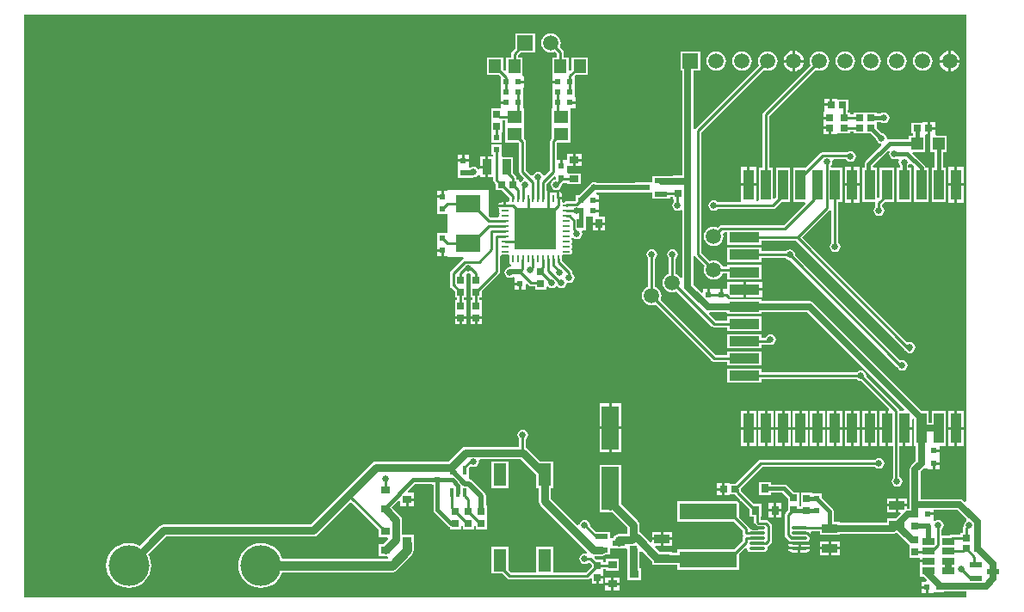
<source format=gtl>
G04 Layer_Physical_Order=1*
G04 Layer_Color=255*
%FSLAX24Y24*%
%MOIN*%
G70*
G01*
G75*
%ADD10R,0.0512X0.0866*%
%ADD11R,0.0256X0.0295*%
%ADD12R,0.0591X0.0335*%
%ADD13R,0.0295X0.0256*%
%ADD14R,0.0315X0.0276*%
%ADD15R,0.0472X0.0472*%
%ADD16R,0.0650X0.1693*%
%ADD17R,0.0236X0.0236*%
%ADD18R,0.0236X0.0236*%
%ADD19R,0.0354X0.0315*%
%ADD20O,0.0650X0.0118*%
%ADD21R,0.0315X0.0354*%
%ADD22R,0.0945X0.0669*%
%ADD23R,0.0512X0.0217*%
%ADD24R,0.1181X0.0394*%
%ADD25R,0.0394X0.1181*%
%ADD26R,0.0256X0.0354*%
%ADD27R,0.0354X0.0256*%
%ADD28R,0.0571X0.0512*%
%ADD29R,0.0472X0.0532*%
%ADD30R,0.2244X0.0630*%
%ADD31R,0.0335X0.0591*%
%ADD32O,0.0079X0.0315*%
%ADD33O,0.0315X0.0079*%
%ADD34R,0.1614X0.1614*%
%ADD35R,0.0177X0.0374*%
%ADD36R,0.0453X0.0295*%
%ADD37C,0.0250*%
%ADD38C,0.0150*%
%ADD39C,0.0100*%
%ADD40C,0.0300*%
%ADD41C,0.0350*%
%ADD42C,0.0200*%
%ADD43C,0.1575*%
%ADD44C,0.0591*%
%ADD45R,0.0591X0.0591*%
%ADD46C,0.0250*%
G36*
X11700Y11300D02*
Y-7575D01*
X11635Y-7601D01*
X11586Y-7552D01*
X11518Y-7507D01*
X11438Y-7491D01*
X11438Y-7491D01*
X9909D01*
Y-6417D01*
X10028Y-6298D01*
X10156Y-6298D01*
X10218Y-6318D01*
X10224Y-6318D01*
X10386D01*
Y-6100D01*
X10436D01*
Y-6050D01*
X10654D01*
Y-5888D01*
X10654Y-5882D01*
Y-5818D01*
X10654Y-5812D01*
Y-5650D01*
X10436D01*
Y-5550D01*
X10654D01*
Y-5416D01*
X10893D01*
Y-4075D01*
X10340D01*
Y-4537D01*
X10224D01*
Y-4075D01*
X9971D01*
X5769Y127D01*
X5701Y172D01*
X5621Y188D01*
X5621Y188D01*
X3767D01*
Y256D01*
X2492D01*
X2485Y262D01*
X2457Y326D01*
X2476Y351D01*
X3047D01*
Y648D01*
Y945D01*
X2406D01*
Y654D01*
X2250D01*
Y436D01*
X2150D01*
Y654D01*
X1988D01*
X1982Y654D01*
X1918D01*
X1912Y654D01*
X1750D01*
Y436D01*
X1650D01*
Y654D01*
X1482D01*
Y544D01*
X1417Y517D01*
X1109Y825D01*
Y1935D01*
X1173Y1948D01*
X1179Y1947D01*
X1206Y1906D01*
X1558Y1555D01*
X1534Y1498D01*
X1521Y1400D01*
X1534Y1302D01*
X1572Y1211D01*
X1632Y1132D01*
X1711Y1072D01*
X1802Y1034D01*
X1900Y1021D01*
X1998Y1034D01*
X2089Y1072D01*
X2168Y1132D01*
X2228Y1211D01*
X2251Y1267D01*
X2426D01*
Y1040D01*
X3767D01*
Y1594D01*
X2426D01*
Y1533D01*
X2251D01*
X2228Y1589D01*
X2168Y1668D01*
X2089Y1728D01*
X1998Y1766D01*
X1900Y1779D01*
X1802Y1766D01*
X1745Y1742D01*
X1433Y2055D01*
Y6745D01*
X3845Y9158D01*
X3902Y9134D01*
X4000Y9121D01*
X4098Y9134D01*
X4189Y9172D01*
X4268Y9232D01*
X4328Y9311D01*
X4366Y9402D01*
X4379Y9500D01*
X4366Y9598D01*
X4328Y9689D01*
X4268Y9768D01*
X4189Y9828D01*
X4098Y9866D01*
X4000Y9879D01*
X3902Y9866D01*
X3811Y9828D01*
X3732Y9768D01*
X3672Y9689D01*
X3634Y9598D01*
X3621Y9500D01*
X3634Y9402D01*
X3658Y9345D01*
X1206Y6894D01*
X1179Y6853D01*
X1173Y6852D01*
X1109Y6865D01*
Y9125D01*
X1375D01*
Y9875D01*
X625D01*
Y9125D01*
X691D01*
Y5054D01*
X327D01*
Y5035D01*
X205D01*
Y5044D01*
X-467D01*
Y4788D01*
X-1136D01*
Y4784D01*
X-2642D01*
X-2656Y4793D01*
X-2736Y4809D01*
X-2816Y4793D01*
X-2884Y4748D01*
X-2929Y4680D01*
X-2933Y4663D01*
X-3298Y4298D01*
X-3434D01*
Y4089D01*
X-3456Y4068D01*
X-3770D01*
X-3820Y4057D01*
X-3863Y4029D01*
X-3885Y4008D01*
X-3912D01*
X-3962Y4054D01*
X-3972Y4072D01*
Y4131D01*
X-4114D01*
Y4181D01*
X-4164D01*
Y4431D01*
X-4169Y4430D01*
X-4215Y4400D01*
X-4264Y4412D01*
X-4311Y4421D01*
X-4358Y4412D01*
X-4407Y4400D01*
X-4453Y4430D01*
X-4508Y4441D01*
X-4572Y4500D01*
Y4740D01*
X-4268Y5044D01*
X-4198Y5015D01*
Y4918D01*
X-4200Y4917D01*
X-4280Y4901D01*
X-4348Y4856D01*
X-4393Y4788D01*
X-4409Y4708D01*
X-4393Y4628D01*
X-4348Y4560D01*
X-4280Y4515D01*
X-4200Y4499D01*
X-4120Y4515D01*
X-4052Y4560D01*
X-4007Y4628D01*
X-3991Y4708D01*
X-3992Y4711D01*
X-3943Y4766D01*
X-3802D01*
X-3757Y4728D01*
Y4728D01*
X-3243D01*
Y5144D01*
X-3734D01*
X-3788Y5201D01*
X-3782Y5218D01*
X-3782D01*
Y5368D01*
X-3777Y5436D01*
X-3712Y5436D01*
X-3550D01*
Y5664D01*
Y5892D01*
X-3777D01*
Y5722D01*
X-3782Y5654D01*
X-3847Y5654D01*
X-3950D01*
Y5436D01*
X-4050D01*
Y5654D01*
X-4167D01*
Y6329D01*
X-3635D01*
Y6999D01*
Y7612D01*
X-3635Y7671D01*
X-3569Y7682D01*
X-3446D01*
Y7850D01*
X-3664D01*
Y7950D01*
X-3446D01*
Y8118D01*
X-3466D01*
Y8498D01*
X-3466D01*
Y8502D01*
X-3466D01*
Y8898D01*
X-3432Y8954D01*
X-2974D01*
Y9646D01*
X-3606D01*
Y9171D01*
X-3657Y9120D01*
X-3722Y9147D01*
Y9646D01*
X-3905D01*
Y9838D01*
X-3915Y9889D01*
X-3944Y9932D01*
X-4058Y10045D01*
X-4034Y10102D01*
X-4021Y10200D01*
X-4034Y10298D01*
X-4072Y10389D01*
X-4132Y10468D01*
X-4211Y10528D01*
X-4302Y10566D01*
X-4400Y10579D01*
X-4498Y10566D01*
X-4589Y10528D01*
X-4668Y10468D01*
X-4728Y10389D01*
X-4766Y10298D01*
X-4778Y10200D01*
X-4766Y10102D01*
X-4728Y10011D01*
X-4668Y9932D01*
X-4589Y9872D01*
X-4498Y9834D01*
X-4400Y9821D01*
X-4302Y9834D01*
X-4245Y9858D01*
X-4170Y9783D01*
Y9646D01*
X-4354D01*
Y8988D01*
X-4354Y8918D01*
X-4354Y8884D01*
Y8750D01*
X-4136D01*
Y8650D01*
X-4354D01*
Y8482D01*
X-4334D01*
Y8102D01*
X-4334D01*
Y8098D01*
X-4334D01*
Y7702D01*
X-4365Y7671D01*
X-4365D01*
Y6999D01*
Y6522D01*
X-4394Y6494D01*
X-4422Y6451D01*
X-4433Y6400D01*
Y5255D01*
X-4631Y5057D01*
X-4707Y5080D01*
X-4707Y5080D01*
X-4752Y5148D01*
X-4820Y5193D01*
X-4900Y5209D01*
X-4980Y5193D01*
X-5048Y5148D01*
X-5093Y5080D01*
X-5093Y5080D01*
X-5169Y5057D01*
X-5367Y5255D01*
Y6365D01*
X-5378Y6416D01*
X-5406Y6459D01*
X-5435Y6487D01*
Y6999D01*
Y7671D01*
X-5435D01*
X-5466Y7702D01*
Y8098D01*
X-5466D01*
Y8102D01*
X-5466D01*
Y8482D01*
X-5446D01*
Y8650D01*
X-5664D01*
Y8750D01*
X-5446D01*
Y8918D01*
X-5455D01*
X-5510Y8954D01*
X-5510Y8988D01*
Y9646D01*
X-5693D01*
Y9719D01*
X-5588Y9825D01*
X-5025D01*
Y10575D01*
X-5775D01*
Y10012D01*
X-5920Y9868D01*
X-5948Y9825D01*
X-5959Y9774D01*
Y9646D01*
X-6142D01*
Y9147D01*
X-6207Y9120D01*
X-6258Y9171D01*
Y9646D01*
X-6890D01*
Y8954D01*
X-6416D01*
X-6334Y8873D01*
Y8502D01*
X-6334D01*
Y8498D01*
X-6334D01*
Y8118D01*
X-6354D01*
Y7950D01*
X-6136D01*
Y7850D01*
X-6354D01*
Y7682D01*
X-6413Y7654D01*
X-6708D01*
Y7199D01*
Y6746D01*
X-6708D01*
X-6698Y6734D01*
Y6338D01*
X-6302D01*
Y6734D01*
X-6292Y6746D01*
X-6292D01*
Y7202D01*
X-6165D01*
Y6999D01*
Y6329D01*
X-5652D01*
X-5633Y6310D01*
Y5200D01*
X-5622Y5149D01*
X-5594Y5106D01*
X-5457Y4969D01*
X-5480Y4893D01*
X-5480Y4893D01*
X-5548Y4848D01*
X-5576Y4806D01*
X-5646Y4827D01*
Y4908D01*
X-5741D01*
Y4974D01*
X-5751Y5024D01*
X-5780Y5067D01*
X-5869Y5156D01*
Y5775D01*
X-6291D01*
X-6323Y5845D01*
X-6306Y5866D01*
X-6302D01*
Y6262D01*
X-6698D01*
Y5866D01*
X-6633D01*
Y5795D01*
X-6834D01*
Y5400D01*
Y5005D01*
X-6633D01*
Y4874D01*
X-6622Y4823D01*
X-6594Y4780D01*
X-6554Y4740D01*
Y4492D01*
X-6306D01*
X-6018Y4205D01*
Y4181D01*
X-6008Y4130D01*
X-6008Y4129D01*
Y4088D01*
X-6054Y4038D01*
X-6072Y4028D01*
X-6131D01*
Y3886D01*
X-6181D01*
Y3836D01*
X-6431D01*
X-6431Y3831D01*
X-6400Y3785D01*
X-6412Y3736D01*
X-6421Y3689D01*
X-6412Y3642D01*
X-6390Y3591D01*
X-6412Y3539D01*
X-6421Y3492D01*
X-6480Y3433D01*
X-6745D01*
X-6800Y3487D01*
Y4500D01*
X-8400D01*
Y4454D01*
X-8550D01*
Y4236D01*
X-8600D01*
Y4186D01*
X-8818D01*
Y4018D01*
X-8818Y4018D01*
X-8818Y4018D01*
X-8798Y3956D01*
Y3566D01*
X-8402D01*
X-8400Y3496D01*
Y2904D01*
X-8402Y2834D01*
X-8798D01*
Y2444D01*
X-8818Y2382D01*
X-8818Y2382D01*
X-8818Y2382D01*
Y2214D01*
X-8600D01*
Y2164D01*
X-8550D01*
Y1946D01*
X-8400D01*
Y1900D01*
X-7802D01*
X-7789Y1831D01*
X-7832Y1802D01*
X-8267Y1367D01*
X-8296Y1324D01*
X-8306Y1274D01*
Y800D01*
X-8296Y749D01*
X-8267Y706D01*
X-8224Y678D01*
X-8216Y676D01*
X-8108Y568D01*
Y320D01*
X-8033D01*
Y228D01*
X-8108D01*
Y-205D01*
X-8128D01*
Y-403D01*
X-7672D01*
Y-205D01*
X-7692D01*
Y228D01*
X-7767D01*
Y320D01*
X-7692D01*
Y772D01*
Y1212D01*
X-7641Y1273D01*
X-7600Y1265D01*
X-7559Y1273D01*
X-7508Y1212D01*
Y772D01*
Y320D01*
X-7433D01*
Y228D01*
X-7508D01*
Y-205D01*
X-7528D01*
Y-403D01*
X-7072D01*
Y-205D01*
X-7092D01*
Y228D01*
X-7167D01*
Y320D01*
X-7092D01*
Y568D01*
X-6406Y1254D01*
X-6378Y1297D01*
X-6367Y1347D01*
Y1938D01*
X-6299Y1992D01*
X-6068D01*
X-6061Y1991D01*
X-6009Y1939D01*
X-6008Y1932D01*
Y1701D01*
X-5998Y1654D01*
X-5972Y1615D01*
X-5935Y1590D01*
X-5933Y1584D01*
X-5946Y1520D01*
X-5964D01*
X-6034Y1506D01*
X-6042Y1501D01*
X-6080Y1493D01*
X-6148Y1448D01*
X-6193Y1380D01*
X-6209Y1300D01*
X-6193Y1220D01*
X-6148Y1152D01*
X-6080Y1107D01*
X-6000Y1091D01*
X-5920Y1107D01*
X-5872Y1139D01*
X-5858Y1135D01*
X-5818Y1082D01*
X-5818Y1082D01*
Y914D01*
X-5600D01*
Y864D01*
X-5550D01*
Y646D01*
X-5382D01*
Y839D01*
X-5317Y866D01*
X-5257Y806D01*
X-5214Y778D01*
X-5164Y767D01*
X-5008D01*
Y646D01*
X-4592D01*
Y732D01*
X-4522Y753D01*
X-4521Y752D01*
X-4454Y707D01*
X-4374Y691D01*
X-4294Y707D01*
X-4226Y752D01*
X-4222Y758D01*
X-4152D01*
X-4148Y752D01*
X-4080Y707D01*
X-4000Y691D01*
X-3920Y707D01*
X-3852Y752D01*
X-3807Y820D01*
X-3802Y845D01*
X-3783Y900D01*
X-3726Y896D01*
X-3700Y891D01*
X-3620Y907D01*
X-3552Y952D01*
X-3507Y1020D01*
X-3491Y1100D01*
X-3507Y1180D01*
X-3552Y1248D01*
X-3567Y1258D01*
Y1300D01*
X-3578Y1351D01*
X-3606Y1394D01*
X-3982Y1769D01*
Y1819D01*
X-3992Y1870D01*
X-3992Y1871D01*
Y1932D01*
X-3991Y1939D01*
X-3939Y1991D01*
X-3932Y1992D01*
X-3701D01*
X-3654Y2002D01*
X-3615Y2028D01*
X-3588Y2068D01*
X-3579Y2114D01*
X-3588Y2161D01*
X-3610Y2213D01*
X-3588Y2264D01*
X-3579Y2311D01*
X-3588Y2358D01*
X-3610Y2409D01*
X-3588Y2461D01*
X-3579Y2508D01*
X-3588Y2554D01*
X-3610Y2606D01*
X-3601Y2628D01*
X-3557Y2648D01*
X-3525Y2637D01*
X-3480Y2607D01*
X-3400Y2591D01*
X-3320Y2607D01*
X-3252Y2652D01*
X-3207Y2720D01*
X-3191Y2800D01*
X-3205Y2873D01*
X-3201Y2893D01*
X-3175Y2943D01*
X-3056D01*
Y3434D01*
X-2999Y3488D01*
X-2982Y3482D01*
Y3482D01*
X-2832D01*
X-2764Y3477D01*
X-2764Y3412D01*
Y3250D01*
X-2536D01*
X-2308D01*
Y3477D01*
X-2478D01*
X-2546Y3482D01*
X-2546Y3547D01*
Y3650D01*
X-2764D01*
Y3750D01*
X-2546D01*
Y3882D01*
Y4050D01*
X-2764D01*
Y4150D01*
X-2546D01*
Y4318D01*
X-2609D01*
X-2661Y4388D01*
X-2660Y4392D01*
X-2636Y4416D01*
X-1136D01*
Y4412D01*
X-467D01*
Y4156D01*
X205D01*
Y4241D01*
X327D01*
Y4146D01*
X367D01*
Y4058D01*
X352Y4048D01*
X307Y3980D01*
X291Y3900D01*
X307Y3820D01*
X352Y3752D01*
X420Y3707D01*
X500Y3691D01*
X580Y3707D01*
X621Y3734D01*
X691Y3700D01*
Y1118D01*
X653Y1101D01*
X621Y1098D01*
X568Y1168D01*
X489Y1228D01*
X433Y1251D01*
Y1842D01*
X448Y1852D01*
X493Y1920D01*
X509Y2000D01*
X493Y2080D01*
X448Y2148D01*
X380Y2193D01*
X300Y2209D01*
X220Y2193D01*
X152Y2148D01*
X107Y2080D01*
X91Y2000D01*
X107Y1920D01*
X152Y1852D01*
X167Y1842D01*
Y1251D01*
X111Y1228D01*
X32Y1168D01*
X-28Y1089D01*
X-66Y998D01*
X-79Y900D01*
X-66Y802D01*
X-28Y711D01*
X32Y632D01*
X111Y572D01*
X202Y534D01*
X300Y521D01*
X398Y534D01*
X468Y563D01*
X1816Y-784D01*
X1859Y-813D01*
X1909Y-823D01*
X2426D01*
Y-967D01*
X3767D01*
Y-414D01*
X2426D01*
Y-558D01*
X1964D01*
X1719Y-313D01*
X1742Y-237D01*
X1755Y-234D01*
X1898D01*
Y-230D01*
X2002D01*
Y-234D01*
X2398D01*
X2426Y-293D01*
Y-298D01*
X3767D01*
Y-230D01*
X5535D01*
X9295Y-3990D01*
X9268Y-4055D01*
X9100D01*
X9094Y-4020D01*
X9065Y-3977D01*
X7804Y-2716D01*
X7807Y-2698D01*
X7792Y-2618D01*
X7746Y-2551D01*
X7678Y-2505D01*
X7598Y-2489D01*
X7518Y-2505D01*
X7451Y-2551D01*
X7440Y-2566D01*
X3767D01*
Y-2422D01*
X2426D01*
Y-2975D01*
X3767D01*
Y-2831D01*
X7440D01*
X7451Y-2846D01*
X7518Y-2892D01*
X7598Y-2907D01*
X7616Y-2904D01*
X8703Y-3990D01*
X8676Y-4055D01*
X8659D01*
Y-4746D01*
Y-5436D01*
X8839D01*
Y-6673D01*
X8807Y-6720D01*
X8791Y-6800D01*
X8807Y-6880D01*
X8852Y-6948D01*
X8920Y-6993D01*
X9000Y-7009D01*
X9080Y-6993D01*
X9148Y-6948D01*
X9193Y-6880D01*
X9209Y-6800D01*
X9193Y-6720D01*
X9148Y-6652D01*
X9104Y-6623D01*
Y-5436D01*
X9228D01*
Y-4746D01*
X9278D01*
Y-4696D01*
X9575D01*
Y-4411D01*
X9645Y-4376D01*
X9670Y-4396D01*
Y-5416D01*
X9738D01*
Y-5997D01*
X9552Y-6183D01*
X9507Y-6251D01*
X9491Y-6331D01*
X9491Y-6331D01*
Y-7700D01*
Y-7865D01*
X9410D01*
X9395Y-7852D01*
Y-7766D01*
X9050D01*
Y-7983D01*
X9113D01*
X9140Y-8048D01*
X8952Y-8237D01*
X8625D01*
Y-8407D01*
X6775D01*
Y-8369D01*
X6548D01*
Y-7954D01*
X6536Y-7893D01*
X6502Y-7842D01*
X6098Y-7438D01*
Y-7266D01*
X5708D01*
Y-7246D01*
X5292D01*
Y-7778D01*
X5208D01*
Y-7220D01*
X4996D01*
X4741Y-6965D01*
X4690Y-6931D01*
X4630Y-6919D01*
X4137D01*
Y-6820D01*
X3663D01*
Y-7334D01*
X4137D01*
Y-7235D01*
X4564D01*
X4792Y-7463D01*
Y-7921D01*
X4697Y-8015D01*
X4694Y-8021D01*
X4688Y-8024D01*
X4660Y-8067D01*
X4650Y-8118D01*
Y-8873D01*
X4660Y-8924D01*
X4688Y-8967D01*
X4815Y-9094D01*
X4825Y-9100D01*
X4801Y-9135D01*
X4799Y-9147D01*
X5217D01*
X5635D01*
X5633Y-9135D01*
X5597Y-9082D01*
X5596Y-9081D01*
X5614Y-9054D01*
X5624Y-9000D01*
X5614Y-8946D01*
X5596Y-8919D01*
X5597Y-8918D01*
X5633Y-8865D01*
X5645Y-8803D01*
X5703Y-8739D01*
X6025D01*
Y-8863D01*
X6775D01*
Y-8825D01*
X8868D01*
X8868Y-8825D01*
X8948Y-8809D01*
X8997Y-8776D01*
X9442Y-9221D01*
X9442Y-9221D01*
X9492Y-9255D01*
Y-9754D01*
X9880D01*
Y-9841D01*
X10206D01*
Y-9941D01*
X9880D01*
Y-10139D01*
X9900D01*
Y-10500D01*
X10045D01*
X10049Y-10507D01*
X10159Y-10617D01*
X10133Y-10682D01*
X9946D01*
Y-10850D01*
X10164D01*
Y-10900D01*
X10214D01*
Y-11118D01*
X10382D01*
X10382Y-11118D01*
X10382Y-11118D01*
X10444Y-11098D01*
X10834D01*
Y-11058D01*
X11700D01*
Y-11300D01*
X-24800D01*
X-24800Y11300D01*
X11700Y11300D01*
D02*
G37*
G36*
X11698Y-8255D02*
X11694Y-8325D01*
X11652Y-8352D01*
X11607Y-8420D01*
X11591Y-8500D01*
X11595Y-8518D01*
X11580Y-8533D01*
X11551Y-8576D01*
X11541Y-8626D01*
Y-8792D01*
X11446D01*
Y-8867D01*
X11121D01*
X11070Y-8878D01*
X11037Y-8900D01*
X10733D01*
Y-8658D01*
X10748Y-8648D01*
X10793Y-8580D01*
X10809Y-8500D01*
X10793Y-8420D01*
X10748Y-8352D01*
X10680Y-8307D01*
X10600Y-8291D01*
X10520Y-8307D01*
X10472Y-8339D01*
X10458Y-8335D01*
X10418Y-8282D01*
X10418Y-8282D01*
Y-8114D01*
X10200D01*
Y-8014D01*
X10418D01*
Y-7909D01*
X11352D01*
X11698Y-8255D01*
D02*
G37*
%LPC*%
G36*
X6551Y-4796D02*
X6304D01*
Y-5436D01*
X6551D01*
Y-4796D01*
D02*
G37*
G36*
X6228Y-4796D02*
X5981D01*
Y-5436D01*
X6228D01*
Y-4796D01*
D02*
G37*
G36*
X6898Y-4796D02*
X6651D01*
Y-5436D01*
X6898D01*
Y-4796D01*
D02*
G37*
G36*
X7889Y-4796D02*
X7643D01*
Y-5436D01*
X7889D01*
Y-4796D01*
D02*
G37*
G36*
X7567Y-4796D02*
X7320D01*
Y-5436D01*
X7567D01*
Y-4796D01*
D02*
G37*
G36*
X7220D02*
X6973D01*
Y-5436D01*
X7220D01*
Y-4796D01*
D02*
G37*
G36*
X5881Y-4796D02*
X5635D01*
Y-5436D01*
X5881D01*
Y-4796D01*
D02*
G37*
G36*
X3874Y-4796D02*
X3627D01*
Y-5436D01*
X3874D01*
Y-4796D01*
D02*
G37*
G36*
X4220D02*
X3974D01*
Y-5436D01*
X4220D01*
Y-4796D01*
D02*
G37*
G36*
X3204Y-4796D02*
X2957D01*
Y-5436D01*
X3204D01*
Y-4796D01*
D02*
G37*
G36*
X3551D02*
X3304D01*
Y-5436D01*
X3551D01*
Y-4796D01*
D02*
G37*
G36*
X5212Y-4796D02*
X4965D01*
Y-5436D01*
X5212D01*
Y-4796D01*
D02*
G37*
G36*
X5559D02*
X5312D01*
Y-5436D01*
X5559D01*
Y-4796D01*
D02*
G37*
G36*
X4543Y-4796D02*
X4296D01*
Y-5436D01*
X4543D01*
Y-4796D01*
D02*
G37*
G36*
X4890D02*
X4643D01*
Y-5436D01*
X4890D01*
Y-4796D01*
D02*
G37*
G36*
X4220Y-4055D02*
X3974D01*
Y-4696D01*
X4220D01*
Y-4055D01*
D02*
G37*
G36*
X5212D02*
X4965D01*
Y-4696D01*
X5212D01*
Y-4055D01*
D02*
G37*
G36*
X7567D02*
X7320D01*
Y-4696D01*
X7567D01*
Y-4055D01*
D02*
G37*
G36*
X3874D02*
X3627D01*
Y-4696D01*
X3874D01*
Y-4055D01*
D02*
G37*
G36*
X3204D02*
X2957D01*
Y-4696D01*
X3204D01*
Y-4055D01*
D02*
G37*
G36*
X6551D02*
X6304D01*
Y-4696D01*
X6551D01*
Y-4055D01*
D02*
G37*
G36*
X8559D02*
X8312D01*
Y-4696D01*
X8559D01*
Y-4055D01*
D02*
G37*
G36*
X5559D02*
X5312D01*
Y-4696D01*
X5559D01*
Y-4055D01*
D02*
G37*
G36*
X9575Y-4796D02*
X9328D01*
Y-5436D01*
X9575D01*
Y-4796D01*
D02*
G37*
G36*
X11236Y-4796D02*
X10989D01*
Y-5436D01*
X11236D01*
Y-4796D01*
D02*
G37*
G36*
X8236Y-4796D02*
X7989D01*
Y-5436D01*
X8236D01*
Y-4796D01*
D02*
G37*
G36*
X8559Y-4796D02*
X8312D01*
Y-5436D01*
X8559D01*
Y-4796D01*
D02*
G37*
G36*
X6228Y-4055D02*
X5981D01*
Y-4696D01*
X6228D01*
Y-4055D01*
D02*
G37*
G36*
X7220D02*
X6973D01*
Y-4696D01*
X7220D01*
Y-4055D01*
D02*
G37*
G36*
X11583Y-4796D02*
X11336D01*
Y-5436D01*
X11583D01*
Y-4796D01*
D02*
G37*
G36*
X5881Y-4055D02*
X5635D01*
Y-4696D01*
X5881D01*
Y-4055D01*
D02*
G37*
G36*
X5635Y-9247D02*
X5217D01*
X4799D01*
X4801Y-9259D01*
X4826Y-9295D01*
X4801Y-9332D01*
X4799Y-9344D01*
X5217D01*
X5635D01*
X5633Y-9332D01*
X5608Y-9295D01*
X5633Y-9259D01*
X5635Y-9247D01*
D02*
G37*
G36*
Y-9444D02*
X5267D01*
Y-9556D01*
X5483D01*
X5545Y-9544D01*
X5597Y-9508D01*
X5633Y-9456D01*
X5635Y-9444D01*
D02*
G37*
G36*
X5167D02*
X4799D01*
X4801Y-9456D01*
X4837Y-9508D01*
X4889Y-9544D01*
X4951Y-9556D01*
X5167D01*
Y-9444D01*
D02*
G37*
G36*
X6350Y-9117D02*
X6005D01*
Y-9334D01*
X6350D01*
Y-9117D01*
D02*
G37*
G36*
X-150Y-8749D02*
X-495D01*
Y-8966D01*
X-150D01*
Y-8749D01*
D02*
G37*
G36*
X295Y-9066D02*
X-50D01*
Y-9283D01*
X295D01*
Y-9066D01*
D02*
G37*
G36*
X6795Y-9117D02*
X6450D01*
Y-9334D01*
X6795D01*
Y-9117D01*
D02*
G37*
G36*
Y-9434D02*
X6450D01*
Y-9651D01*
X6795D01*
Y-9434D01*
D02*
G37*
G36*
X-1746Y-10824D02*
X-1973D01*
Y-11031D01*
X-1746D01*
Y-10824D01*
D02*
G37*
G36*
X-2073D02*
X-2300D01*
Y-11031D01*
X-2073D01*
Y-10824D01*
D02*
G37*
G36*
X10114Y-10950D02*
X9946D01*
Y-11118D01*
X10114D01*
Y-10950D01*
D02*
G37*
G36*
X-2372Y-10576D02*
X-2550D01*
Y-10774D01*
X-2372D01*
Y-10576D01*
D02*
G37*
G36*
X6350Y-9434D02*
X6005D01*
Y-9651D01*
X6350D01*
Y-9434D01*
D02*
G37*
G36*
X-1746Y-10517D02*
X-1973D01*
Y-10724D01*
X-1746D01*
Y-10517D01*
D02*
G37*
G36*
X-2073D02*
X-2300D01*
Y-10724D01*
X-2073D01*
Y-10517D01*
D02*
G37*
G36*
X295Y-8749D02*
X-50D01*
Y-8966D01*
X295D01*
Y-8749D01*
D02*
G37*
G36*
X2224Y-6872D02*
X2026D01*
Y-7050D01*
X2224D01*
Y-6872D01*
D02*
G37*
G36*
X-6030Y-6033D02*
X-6702D01*
Y-7060D01*
X-6030D01*
Y-6033D01*
D02*
G37*
G36*
X2224Y-7150D02*
X2026D01*
Y-7328D01*
X2224D01*
Y-7150D01*
D02*
G37*
G36*
X10654Y-6150D02*
X10486D01*
Y-6318D01*
X10654D01*
Y-6150D01*
D02*
G37*
G36*
X-5500Y-4791D02*
X-5580Y-4807D01*
X-5648Y-4852D01*
X-5693Y-4920D01*
X-5709Y-5000D01*
X-5693Y-5080D01*
X-5648Y-5148D01*
X-5633Y-5158D01*
Y-5453D01*
X-7700D01*
X-7700Y-5453D01*
X-7790Y-5471D01*
X-7866Y-5522D01*
X-8373Y-6029D01*
X-11164D01*
X-11254Y-6047D01*
X-11330Y-6098D01*
X-13697Y-8465D01*
X-19400D01*
X-19490Y-8483D01*
X-19566Y-8534D01*
X-20334Y-9303D01*
X-20426Y-9254D01*
X-20589Y-9204D01*
X-20759Y-9187D01*
X-20929Y-9204D01*
X-21093Y-9254D01*
X-21243Y-9334D01*
X-21375Y-9443D01*
X-21484Y-9575D01*
X-21564Y-9726D01*
X-21614Y-9889D01*
X-21631Y-10059D01*
X-21614Y-10229D01*
X-21564Y-10393D01*
X-21484Y-10543D01*
X-21375Y-10675D01*
X-21243Y-10784D01*
X-21093Y-10864D01*
X-20929Y-10914D01*
X-20759Y-10931D01*
X-20589Y-10914D01*
X-20426Y-10864D01*
X-20275Y-10784D01*
X-20143Y-10675D01*
X-20034Y-10543D01*
X-19954Y-10393D01*
X-19904Y-10229D01*
X-19887Y-10059D01*
X-19904Y-9889D01*
X-19954Y-9726D01*
X-20003Y-9634D01*
X-19303Y-8935D01*
X-13600D01*
X-13510Y-8917D01*
X-13434Y-8866D01*
X-12153Y-7584D01*
X-11080Y-8656D01*
Y-8963D01*
X-10736D01*
X-10709Y-9028D01*
X-10917Y-9237D01*
X-11080D01*
Y-9711D01*
X-10735D01*
X-10698Y-9781D01*
X-10710Y-9799D01*
X-14813D01*
X-14836Y-9726D01*
X-14916Y-9575D01*
X-15025Y-9443D01*
X-15157Y-9334D01*
X-15307Y-9254D01*
X-15471Y-9204D01*
X-15641Y-9187D01*
X-15811Y-9204D01*
X-15974Y-9254D01*
X-16125Y-9334D01*
X-16257Y-9443D01*
X-16366Y-9575D01*
X-16446Y-9726D01*
X-16496Y-9889D01*
X-16513Y-10059D01*
X-16496Y-10229D01*
X-16446Y-10393D01*
X-16366Y-10543D01*
X-16257Y-10675D01*
X-16125Y-10784D01*
X-15974Y-10864D01*
X-15811Y-10914D01*
X-15641Y-10931D01*
X-15471Y-10914D01*
X-15307Y-10864D01*
X-15157Y-10784D01*
X-15025Y-10675D01*
X-14916Y-10543D01*
X-14836Y-10393D01*
X-14813Y-10319D01*
X-10559D01*
X-10460Y-10299D01*
X-10375Y-10243D01*
X-9793Y-9661D01*
X-9737Y-9576D01*
X-9717Y-9477D01*
Y-9200D01*
X-9720Y-9186D01*
Y-8863D01*
X-10165D01*
Y-8297D01*
X-10183Y-8207D01*
X-10234Y-8131D01*
X-10566Y-7800D01*
Y-7787D01*
X-10319Y-7540D01*
X-10254Y-7567D01*
Y-7757D01*
X-10027D01*
Y-7500D01*
X-9977D01*
Y-7450D01*
X-9700D01*
Y-7243D01*
X-9930D01*
X-9957Y-7178D01*
X-9673Y-6894D01*
X-8998D01*
Y-6934D01*
X-8958D01*
Y-7900D01*
X-8946Y-7960D01*
X-8912Y-8012D01*
X-8385Y-8538D01*
X-8334Y-8572D01*
X-8308Y-8578D01*
Y-8654D01*
X-7892D01*
Y-8529D01*
X-7822Y-8492D01*
X-7808Y-8501D01*
Y-8654D01*
X-7392D01*
Y-8529D01*
X-7322Y-8492D01*
X-7308Y-8501D01*
Y-8654D01*
X-6892D01*
Y-8201D01*
Y-7746D01*
X-6916D01*
Y-7375D01*
X-6930Y-7305D01*
X-6970Y-7246D01*
X-7459Y-6756D01*
X-7519Y-6717D01*
X-7582Y-6704D01*
X-7576Y-6634D01*
X-7576D01*
Y-6263D01*
X-7509Y-6197D01*
X-7480Y-6216D01*
X-7400Y-6232D01*
X-7320Y-6216D01*
X-7252Y-6171D01*
X-7207Y-6103D01*
X-7191Y-6023D01*
X-7197Y-5992D01*
X-7143Y-5922D01*
X-5590D01*
X-4970Y-6542D01*
Y-7060D01*
X-4868D01*
Y-7566D01*
X-4851Y-7656D01*
X-4800Y-7732D01*
X-2998Y-9534D01*
X-3020Y-9603D01*
X-3025Y-9606D01*
X-3100Y-9591D01*
X-3180Y-9607D01*
X-3248Y-9652D01*
X-3293Y-9720D01*
X-3309Y-9800D01*
X-3293Y-9880D01*
X-3248Y-9948D01*
X-3180Y-9993D01*
X-3100Y-10009D01*
X-3020Y-9993D01*
X-2952Y-9948D01*
X-2886Y-9975D01*
X-2828Y-10033D01*
Y-10115D01*
X-3055Y-10341D01*
X-4298D01*
Y-9340D01*
X-4970D01*
Y-10341D01*
X-5945D01*
X-6030Y-10256D01*
Y-9340D01*
X-6702D01*
Y-10367D01*
X-6294D01*
X-6094Y-10567D01*
X-6051Y-10596D01*
X-6000Y-10606D01*
X-3000D01*
X-2949Y-10596D01*
X-2906Y-10567D01*
X-2893Y-10554D01*
X-2828Y-10580D01*
Y-10774D01*
X-2650D01*
Y-10526D01*
X-2600D01*
Y-10476D01*
X-2372D01*
Y-10279D01*
X-2392D01*
Y-10206D01*
X-2280D01*
Y-10263D01*
X-1766D01*
Y-9789D01*
X-2280D01*
Y-9941D01*
X-2392D01*
Y-9846D01*
X-2640D01*
X-2726Y-9760D01*
X-2697Y-9690D01*
X-2435D01*
X-2345Y-9673D01*
X-2302Y-9644D01*
X-2099D01*
Y-9388D01*
X-1498D01*
X-1435Y-9426D01*
X-1435Y-9456D01*
Y-10377D01*
X-1434Y-10380D01*
Y-10637D01*
X-920D01*
Y-10163D01*
X-965D01*
Y-9519D01*
X-895Y-9490D01*
X-475Y-9910D01*
Y-10031D01*
X275D01*
Y-10018D01*
X498D01*
Y-10220D01*
X2902D01*
Y-9585D01*
X3107Y-9380D01*
X3137Y-9386D01*
X3178Y-9408D01*
X3186Y-9448D01*
X3217Y-9494D01*
X3263Y-9525D01*
X3317Y-9535D01*
X3849D01*
X3903Y-9525D01*
X3949Y-9494D01*
X3980Y-9448D01*
X3991Y-9394D01*
X3980Y-9339D01*
X4015Y-9291D01*
X4112Y-9194D01*
X4140Y-9151D01*
X4150Y-9100D01*
Y-8536D01*
X4140Y-8486D01*
X4112Y-8443D01*
X4013Y-8344D01*
X3970Y-8315D01*
X3919Y-8305D01*
X3716D01*
Y-8180D01*
X3763D01*
Y-7666D01*
X3456D01*
X2959Y-7169D01*
Y-7100D01*
X2954Y-7075D01*
Y-7060D01*
X3781Y-6233D01*
X8142D01*
X8152Y-6248D01*
X8220Y-6293D01*
X8300Y-6309D01*
X8380Y-6293D01*
X8448Y-6248D01*
X8493Y-6180D01*
X8509Y-6100D01*
X8493Y-6020D01*
X8448Y-5952D01*
X8380Y-5907D01*
X8300Y-5891D01*
X8220Y-5907D01*
X8152Y-5952D01*
X8142Y-5967D01*
X3726D01*
X3676Y-5978D01*
X3633Y-6006D01*
X2747Y-6892D01*
X2521D01*
Y-6872D01*
X2324D01*
Y-7100D01*
Y-7328D01*
X2521D01*
Y-7308D01*
X2726D01*
X2733Y-7317D01*
X2906Y-7491D01*
X2906Y-7514D01*
X2842Y-7580D01*
X2834Y-7580D01*
X498D01*
Y-8370D01*
X2682D01*
X3016Y-8703D01*
Y-8803D01*
X3026Y-8854D01*
X3052Y-8902D01*
X3026Y-8949D01*
X3016Y-9000D01*
Y-9097D01*
X2682Y-9430D01*
X498D01*
Y-9549D01*
X275D01*
Y-9537D01*
X-186D01*
X-374Y-9348D01*
X-347Y-9283D01*
X-150D01*
Y-9066D01*
X-495D01*
Y-9135D01*
X-560Y-9162D01*
X-914Y-8808D01*
X-965Y-8774D01*
Y-8500D01*
X-983Y-8410D01*
X-1034Y-8334D01*
X-1695Y-7673D01*
Y-6155D01*
X-2505D01*
Y-8008D01*
X-2024D01*
X-1435Y-8597D01*
Y-8832D01*
X-1765D01*
X-1855Y-8850D01*
X-1931Y-8901D01*
X-1982Y-8977D01*
X-1989Y-9012D01*
X-2099D01*
Y-8756D01*
X-2657D01*
X-2895Y-8518D01*
X-2891Y-8500D01*
X-2907Y-8420D01*
X-2952Y-8352D01*
X-3020Y-8307D01*
X-3100Y-8291D01*
X-3180Y-8307D01*
X-3248Y-8352D01*
X-3293Y-8420D01*
X-3302Y-8467D01*
X-3377Y-8492D01*
X-4399Y-7469D01*
Y-7060D01*
X-4298D01*
Y-6033D01*
X-4815D01*
X-5327Y-5522D01*
X-5367Y-5495D01*
Y-5158D01*
X-5352Y-5148D01*
X-5307Y-5080D01*
X-5291Y-5000D01*
X-5307Y-4920D01*
X-5352Y-4852D01*
X-5420Y-4807D01*
X-5500Y-4791D01*
D02*
G37*
G36*
X-1675Y-4769D02*
X-2050D01*
Y-5665D01*
X-1675D01*
Y-4769D01*
D02*
G37*
G36*
X-2150D02*
X-2525D01*
Y-5665D01*
X-2150D01*
Y-4769D01*
D02*
G37*
G36*
X9395Y-7449D02*
X9050D01*
Y-7666D01*
X9395D01*
Y-7449D01*
D02*
G37*
G36*
X8950Y-7766D02*
X8605D01*
Y-7983D01*
X8950D01*
Y-7766D01*
D02*
G37*
G36*
X4531Y-7973D02*
X4324D01*
Y-8200D01*
X4531D01*
Y-7973D01*
D02*
G37*
G36*
X4224D02*
X4017D01*
Y-8200D01*
X4224D01*
Y-7973D01*
D02*
G37*
G36*
Y-7646D02*
X4017D01*
Y-7873D01*
X4224D01*
Y-7646D01*
D02*
G37*
G36*
X8950Y-7449D02*
X8605D01*
Y-7666D01*
X8950D01*
Y-7449D01*
D02*
G37*
G36*
X-9700Y-7550D02*
X-9927D01*
Y-7757D01*
X-9700D01*
Y-7550D01*
D02*
G37*
G36*
X4531Y-7646D02*
X4324D01*
Y-7873D01*
X4531D01*
Y-7646D01*
D02*
G37*
G36*
X-7582Y5854D02*
X-7750D01*
Y5686D01*
X-7582D01*
Y5854D01*
D02*
G37*
G36*
X-7850D02*
X-8018D01*
Y5686D01*
X-7850D01*
Y5854D01*
D02*
G37*
G36*
X7200Y6009D02*
X7120Y5993D01*
X7073Y5961D01*
X6114D01*
X6064Y5951D01*
X6021Y5923D01*
X5472Y5374D01*
X4985D01*
Y4033D01*
X5416D01*
X5443Y3968D01*
X4608Y3133D01*
X2200D01*
X2149Y3122D01*
X2106Y3094D01*
X2055Y3042D01*
X1998Y3066D01*
X1900Y3079D01*
X1802Y3066D01*
X1711Y3028D01*
X1632Y2968D01*
X1572Y2889D01*
X1534Y2798D01*
X1521Y2700D01*
X1534Y2602D01*
X1572Y2511D01*
X1632Y2432D01*
X1711Y2372D01*
X1802Y2334D01*
X1900Y2321D01*
X1998Y2334D01*
X2089Y2372D01*
X2168Y2432D01*
X2228Y2511D01*
X2266Y2602D01*
X2279Y2700D01*
X2266Y2798D01*
X2313Y2867D01*
X2426D01*
Y2379D01*
X3767D01*
Y2523D01*
X5089D01*
X9336Y-1723D01*
X9352Y-1748D01*
X9377Y-1764D01*
X9406Y-1794D01*
X9449Y-1822D01*
X9500Y-1833D01*
X9551Y-1822D01*
X9594Y-1794D01*
X9606Y-1776D01*
X9648Y-1748D01*
X9693Y-1680D01*
X9709Y-1600D01*
X9693Y-1520D01*
X9648Y-1452D01*
X9580Y-1407D01*
X9500Y-1391D01*
X9420Y-1407D01*
X9405Y-1417D01*
X5332Y2656D01*
X6388Y3712D01*
X6397Y3727D01*
X6467Y3705D01*
Y2458D01*
X6452Y2448D01*
X6407Y2380D01*
X6391Y2300D01*
X6407Y2220D01*
X6452Y2152D01*
X6520Y2107D01*
X6600Y2091D01*
X6680Y2107D01*
X6748Y2152D01*
X6793Y2220D01*
X6809Y2300D01*
X6793Y2380D01*
X6748Y2448D01*
X6733Y2458D01*
Y4033D01*
X6878D01*
Y5374D01*
X6445D01*
X6438Y5444D01*
X6442Y5446D01*
X6487Y5514D01*
X6503Y5594D01*
X6496Y5626D01*
X6550Y5696D01*
X7023D01*
X7052Y5652D01*
X7120Y5607D01*
X7200Y5591D01*
X7280Y5607D01*
X7348Y5652D01*
X7393Y5720D01*
X7409Y5800D01*
X7393Y5880D01*
X7348Y5948D01*
X7280Y5993D01*
X7200Y6009D01*
D02*
G37*
G36*
X-3223Y5892D02*
X-3450D01*
Y5714D01*
X-3223D01*
Y5892D01*
D02*
G37*
G36*
X6697Y8031D02*
X6499D01*
Y7803D01*
X6449D01*
Y7753D01*
X6202D01*
Y7608D01*
X6202Y7575D01*
X6147Y7538D01*
X6143D01*
Y7350D01*
X6400D01*
Y7250D01*
X6143D01*
Y7062D01*
Y6956D01*
X6400D01*
Y6906D01*
X6450D01*
Y6669D01*
X6652D01*
X6657Y6668D01*
X6719Y6689D01*
X6727Y6689D01*
X7189D01*
Y6774D01*
X7322D01*
Y6695D01*
X7982D01*
X8194Y6483D01*
X8207Y6420D01*
X8252Y6352D01*
X8320Y6307D01*
X8374Y6296D01*
X8401Y6227D01*
X8401Y6225D01*
X7788Y5612D01*
X7754Y5560D01*
X7742Y5500D01*
Y5374D01*
X7663D01*
Y4033D01*
X8141D01*
X8167Y4000D01*
Y3858D01*
X8152Y3848D01*
X8107Y3780D01*
X8091Y3700D01*
X8107Y3620D01*
X8152Y3552D01*
X8220Y3507D01*
X8300Y3491D01*
X8380Y3507D01*
X8448Y3552D01*
X8493Y3620D01*
X8509Y3700D01*
X8493Y3780D01*
X8448Y3848D01*
X8433Y3858D01*
Y3945D01*
X8520Y4033D01*
X8886D01*
Y5374D01*
X8332D01*
Y4219D01*
X8281Y4168D01*
X8216Y4195D01*
Y5374D01*
X8080D01*
X8067Y5444D01*
X8661Y6038D01*
X8716Y5993D01*
X8707Y5980D01*
X8691Y5900D01*
X8707Y5820D01*
X8752Y5752D01*
X8820Y5707D01*
X8900Y5691D01*
X8980Y5707D01*
X8994Y5716D01*
X9034Y5708D01*
X9085Y5658D01*
X9069Y5578D01*
X9085Y5498D01*
X9120Y5445D01*
Y5374D01*
X9001D01*
Y4033D01*
X9555D01*
Y5374D01*
X9436D01*
Y5445D01*
X9471Y5498D01*
X9472Y5505D01*
X9548Y5528D01*
X9643Y5433D01*
X9670Y5374D01*
X9670D01*
X9670Y5374D01*
Y4033D01*
X10224D01*
Y5374D01*
X10101D01*
X10093Y5413D01*
X10059Y5465D01*
X9604Y5919D01*
X9631Y5984D01*
X10103D01*
Y6616D01*
X10137Y6672D01*
X10176D01*
Y6900D01*
Y7128D01*
X9979D01*
Y7108D01*
X9546D01*
Y6692D01*
X9616D01*
Y6616D01*
X9470D01*
Y6471D01*
X8713D01*
X8673Y6463D01*
X8642Y6481D01*
X8618Y6499D01*
X8607Y6512D01*
X8593Y6580D01*
X8548Y6648D01*
X8480Y6693D01*
X8420Y6705D01*
X8230Y6895D01*
Y7142D01*
X8368D01*
X8420Y7107D01*
X8500Y7091D01*
X8580Y7107D01*
X8648Y7152D01*
X8693Y7220D01*
X8709Y7300D01*
X8693Y7380D01*
X8648Y7448D01*
X8580Y7493D01*
X8500Y7509D01*
X8420Y7493D01*
X8368Y7458D01*
X8230D01*
Y7511D01*
X7322D01*
Y7433D01*
X7189D01*
Y7518D01*
X7084D01*
Y7595D01*
X7130D01*
Y8011D01*
X6697D01*
Y8031D01*
D02*
G37*
G36*
X10474Y7128D02*
X10276D01*
Y6950D01*
X10474D01*
Y7128D01*
D02*
G37*
G36*
X6350Y6856D02*
X6143D01*
Y6669D01*
X6350D01*
Y6856D01*
D02*
G37*
G36*
X-6934Y5795D02*
X-7151D01*
Y5450D01*
X-6934D01*
Y5795D01*
D02*
G37*
G36*
X11236Y5394D02*
X10989D01*
Y4753D01*
X11236D01*
Y5394D01*
D02*
G37*
G36*
X3204D02*
X2957D01*
Y4753D01*
X3204D01*
Y5394D01*
D02*
G37*
G36*
X7567D02*
X7320D01*
Y4753D01*
X7567D01*
Y5394D01*
D02*
G37*
G36*
X3551D02*
X3304D01*
Y4753D01*
X3551D01*
Y5394D01*
D02*
G37*
G36*
X-3223Y5614D02*
X-3450D01*
Y5436D01*
X-3223D01*
Y5614D01*
D02*
G37*
G36*
X-7582Y5586D02*
X-8018D01*
Y5424D01*
X-8018Y5418D01*
X-7998Y5356D01*
X-7998Y5348D01*
Y4966D01*
X-7602D01*
Y4980D01*
X-7436D01*
X-7366Y4994D01*
X-7358Y4999D01*
X-7320Y5007D01*
X-7252Y5052D01*
X-7221Y5099D01*
X-7151Y5077D01*
Y5005D01*
X-6934D01*
Y5350D01*
X-7151D01*
Y5323D01*
X-7221Y5301D01*
X-7252Y5348D01*
X-7320Y5393D01*
X-7400Y5409D01*
X-7480Y5393D01*
X-7526Y5362D01*
X-7540Y5366D01*
X-7582Y5418D01*
X-7582Y5424D01*
Y5586D01*
D02*
G37*
G36*
X11583Y5394D02*
X11336D01*
Y4753D01*
X11583D01*
Y5394D01*
D02*
G37*
G36*
X6399Y8031D02*
X6202D01*
Y7853D01*
X6399D01*
Y8031D01*
D02*
G37*
G36*
X10000Y9879D02*
X9902Y9866D01*
X9811Y9828D01*
X9732Y9768D01*
X9672Y9689D01*
X9634Y9598D01*
X9621Y9500D01*
X9634Y9402D01*
X9672Y9311D01*
X9732Y9232D01*
X9811Y9172D01*
X9902Y9134D01*
X10000Y9121D01*
X10098Y9134D01*
X10189Y9172D01*
X10268Y9232D01*
X10328Y9311D01*
X10366Y9402D01*
X10379Y9500D01*
X10366Y9598D01*
X10328Y9689D01*
X10268Y9768D01*
X10189Y9828D01*
X10098Y9866D01*
X10000Y9879D01*
D02*
G37*
G36*
X9000D02*
X8902Y9866D01*
X8811Y9828D01*
X8732Y9768D01*
X8672Y9689D01*
X8634Y9598D01*
X8621Y9500D01*
X8634Y9402D01*
X8672Y9311D01*
X8732Y9232D01*
X8811Y9172D01*
X8902Y9134D01*
X9000Y9121D01*
X9098Y9134D01*
X9189Y9172D01*
X9268Y9232D01*
X9328Y9311D01*
X9366Y9402D01*
X9379Y9500D01*
X9366Y9598D01*
X9328Y9689D01*
X9268Y9768D01*
X9189Y9828D01*
X9098Y9866D01*
X9000Y9879D01*
D02*
G37*
G36*
X8000D02*
X7902Y9866D01*
X7811Y9828D01*
X7732Y9768D01*
X7672Y9689D01*
X7634Y9598D01*
X7621Y9500D01*
X7634Y9402D01*
X7672Y9311D01*
X7732Y9232D01*
X7811Y9172D01*
X7902Y9134D01*
X8000Y9121D01*
X8098Y9134D01*
X8189Y9172D01*
X8268Y9232D01*
X8328Y9311D01*
X8366Y9402D01*
X8379Y9500D01*
X8366Y9598D01*
X8328Y9689D01*
X8268Y9768D01*
X8189Y9828D01*
X8098Y9866D01*
X8000Y9879D01*
D02*
G37*
G36*
X4950Y9892D02*
X4897Y9885D01*
X4801Y9845D01*
X4718Y9782D01*
X4655Y9699D01*
X4615Y9603D01*
X4608Y9550D01*
X4950D01*
Y9892D01*
D02*
G37*
G36*
X11089D02*
Y9550D01*
X11431D01*
X11424Y9603D01*
X11385Y9699D01*
X11321Y9782D01*
X11239Y9845D01*
X11143Y9885D01*
X11089Y9892D01*
D02*
G37*
G36*
X10989D02*
X10936Y9885D01*
X10840Y9845D01*
X10757Y9782D01*
X10694Y9699D01*
X10654Y9603D01*
X10647Y9550D01*
X10989D01*
Y9892D01*
D02*
G37*
G36*
X5050D02*
Y9550D01*
X5392D01*
X5385Y9603D01*
X5345Y9699D01*
X5282Y9782D01*
X5199Y9845D01*
X5103Y9885D01*
X5050Y9892D01*
D02*
G37*
G36*
X7000Y9879D02*
X6902Y9866D01*
X6811Y9828D01*
X6732Y9768D01*
X6672Y9689D01*
X6634Y9598D01*
X6621Y9500D01*
X6634Y9402D01*
X6672Y9311D01*
X6732Y9232D01*
X6811Y9172D01*
X6902Y9134D01*
X7000Y9121D01*
X7098Y9134D01*
X7189Y9172D01*
X7268Y9232D01*
X7328Y9311D01*
X7366Y9402D01*
X7379Y9500D01*
X7366Y9598D01*
X7328Y9689D01*
X7268Y9768D01*
X7189Y9828D01*
X7098Y9866D01*
X7000Y9879D01*
D02*
G37*
G36*
X10989Y9450D02*
X10647D01*
X10654Y9397D01*
X10694Y9301D01*
X10757Y9218D01*
X10840Y9155D01*
X10936Y9115D01*
X10989Y9108D01*
Y9450D01*
D02*
G37*
G36*
X5392D02*
X5050D01*
Y9108D01*
X5103Y9115D01*
X5199Y9155D01*
X5282Y9218D01*
X5345Y9301D01*
X5385Y9397D01*
X5392Y9450D01*
D02*
G37*
G36*
X4950D02*
X4608D01*
X4615Y9397D01*
X4655Y9301D01*
X4718Y9218D01*
X4801Y9155D01*
X4897Y9115D01*
X4950Y9108D01*
Y9450D01*
D02*
G37*
G36*
X11431D02*
X11089D01*
Y9108D01*
X11143Y9115D01*
X11239Y9155D01*
X11321Y9218D01*
X11385Y9301D01*
X11424Y9397D01*
X11431Y9450D01*
D02*
G37*
G36*
X6000Y9879D02*
X5902Y9866D01*
X5811Y9828D01*
X5732Y9768D01*
X5672Y9689D01*
X5634Y9598D01*
X5621Y9500D01*
X5634Y9402D01*
X5658Y9345D01*
X3830Y7517D01*
X3801Y7474D01*
X3791Y7424D01*
Y5374D01*
X3647D01*
Y4103D01*
X3577Y4070D01*
X3551Y4092D01*
Y4653D01*
X3254D01*
X2957D01*
Y4033D01*
X2058D01*
X2048Y4048D01*
X1980Y4093D01*
X1900Y4109D01*
X1820Y4093D01*
X1752Y4048D01*
X1707Y3980D01*
X1691Y3900D01*
X1707Y3820D01*
X1752Y3752D01*
X1820Y3707D01*
X1900Y3691D01*
X1980Y3707D01*
X2048Y3752D01*
X2058Y3767D01*
X4200D01*
X4251Y3778D01*
X4294Y3806D01*
X4520Y4033D01*
X4870D01*
Y5374D01*
X4316D01*
Y4204D01*
X4265Y4153D01*
X4200Y4179D01*
Y5374D01*
X4056D01*
Y7369D01*
X5845Y9158D01*
X5902Y9134D01*
X6000Y9121D01*
X6098Y9134D01*
X6189Y9172D01*
X6268Y9232D01*
X6328Y9311D01*
X6366Y9402D01*
X6379Y9500D01*
X6366Y9598D01*
X6328Y9689D01*
X6268Y9768D01*
X6189Y9828D01*
X6098Y9866D01*
X6000Y9879D01*
D02*
G37*
G36*
X3000D02*
X2902Y9866D01*
X2811Y9828D01*
X2732Y9768D01*
X2672Y9689D01*
X2634Y9598D01*
X2621Y9500D01*
X2634Y9402D01*
X2672Y9311D01*
X2732Y9232D01*
X2811Y9172D01*
X2902Y9134D01*
X3000Y9121D01*
X3098Y9134D01*
X3189Y9172D01*
X3268Y9232D01*
X3328Y9311D01*
X3366Y9402D01*
X3379Y9500D01*
X3366Y9598D01*
X3328Y9689D01*
X3268Y9768D01*
X3189Y9828D01*
X3098Y9866D01*
X3000Y9879D01*
D02*
G37*
G36*
X2000Y9879D02*
X1902Y9866D01*
X1811Y9828D01*
X1732Y9768D01*
X1672Y9689D01*
X1634Y9598D01*
X1621Y9500D01*
X1634Y9402D01*
X1672Y9311D01*
X1732Y9232D01*
X1811Y9172D01*
X1902Y9134D01*
X2000Y9121D01*
X2098Y9134D01*
X2189Y9172D01*
X2268Y9232D01*
X2328Y9311D01*
X2366Y9402D01*
X2379Y9500D01*
X2366Y9598D01*
X2328Y9689D01*
X2268Y9768D01*
X2189Y9828D01*
X2098Y9866D01*
X2000Y9879D01*
D02*
G37*
G36*
X7220Y5394D02*
X6973D01*
Y4753D01*
X7220D01*
Y5394D01*
D02*
G37*
G36*
X3767Y2263D02*
X2426D01*
Y1710D01*
X3767D01*
Y1854D01*
X4693D01*
X4703Y1839D01*
X4771Y1794D01*
X4851Y1778D01*
X4869Y1781D01*
X9001Y-2351D01*
X9007Y-2380D01*
X9052Y-2448D01*
X9120Y-2493D01*
X9200Y-2509D01*
X9280Y-2493D01*
X9348Y-2448D01*
X9393Y-2380D01*
X9409Y-2300D01*
X9393Y-2220D01*
X9348Y-2152D01*
X9280Y-2107D01*
X9200Y-2091D01*
X9130Y-2105D01*
X5056Y1969D01*
X5060Y1987D01*
X5044Y2067D01*
X4998Y2134D01*
X4931Y2180D01*
X4851Y2196D01*
X4771Y2180D01*
X4703Y2134D01*
X4693Y2119D01*
X3767D01*
Y2263D01*
D02*
G37*
G36*
X-500Y2209D02*
X-580Y2193D01*
X-648Y2148D01*
X-693Y2080D01*
X-709Y2000D01*
X-693Y1920D01*
X-648Y1852D01*
X-633Y1842D01*
Y751D01*
X-689Y728D01*
X-768Y668D01*
X-828Y589D01*
X-866Y498D01*
X-879Y400D01*
X-866Y302D01*
X-828Y211D01*
X-768Y132D01*
X-689Y72D01*
X-598Y34D01*
X-500Y21D01*
X-402Y34D01*
X-345Y58D01*
X1835Y-2123D01*
X1878Y-2152D01*
X1929Y-2162D01*
X2426D01*
Y-2306D01*
X3767D01*
Y-1752D01*
X2426D01*
Y-1897D01*
X1984D01*
X-158Y245D01*
X-134Y302D01*
X-121Y400D01*
X-134Y498D01*
X-172Y589D01*
X-232Y668D01*
X-311Y728D01*
X-367Y751D01*
Y1842D01*
X-352Y1852D01*
X-307Y1920D01*
X-291Y2000D01*
X-307Y2080D01*
X-352Y2148D01*
X-420Y2193D01*
X-500Y2209D01*
D02*
G37*
G36*
X-2150Y-3772D02*
X-2525D01*
Y-4669D01*
X-2150D01*
Y-3772D01*
D02*
G37*
G36*
X-1675D02*
X-2050D01*
Y-4669D01*
X-1675D01*
Y-3772D01*
D02*
G37*
G36*
X-7672Y-503D02*
X-7850D01*
Y-700D01*
X-7672D01*
Y-503D01*
D02*
G37*
G36*
X-7350D02*
X-7528D01*
Y-700D01*
X-7350D01*
Y-503D01*
D02*
G37*
G36*
X3767Y-1083D02*
X2426D01*
Y-1637D01*
X3767D01*
Y-1492D01*
X4019D01*
X4020Y-1493D01*
X4100Y-1509D01*
X4180Y-1493D01*
X4248Y-1448D01*
X4293Y-1380D01*
X4309Y-1300D01*
X4293Y-1220D01*
X4248Y-1152D01*
X4180Y-1107D01*
X4100Y-1091D01*
X4020Y-1107D01*
X3952Y-1152D01*
X3907Y-1220D01*
X3905Y-1227D01*
X3767D01*
Y-1083D01*
D02*
G37*
G36*
X-7950Y-503D02*
X-8128D01*
Y-700D01*
X-7950D01*
Y-503D01*
D02*
G37*
G36*
X6898Y-4055D02*
X6651D01*
Y-4696D01*
X6898D01*
Y-4055D01*
D02*
G37*
G36*
X11583D02*
X11336D01*
Y-4696D01*
X11583D01*
Y-4055D01*
D02*
G37*
G36*
X11236D02*
X10989D01*
Y-4696D01*
X11236D01*
Y-4055D01*
D02*
G37*
G36*
X3551D02*
X3304D01*
Y-4696D01*
X3551D01*
Y-4055D01*
D02*
G37*
G36*
X4543D02*
X4296D01*
Y-4696D01*
X4543D01*
Y-4055D01*
D02*
G37*
G36*
X4890D02*
X4643D01*
Y-4696D01*
X4890D01*
Y-4055D01*
D02*
G37*
G36*
X7889D02*
X7643D01*
Y-4696D01*
X7889D01*
Y-4055D01*
D02*
G37*
G36*
X8236D02*
X7989D01*
Y-4696D01*
X8236D01*
Y-4055D01*
D02*
G37*
G36*
X7567Y4653D02*
X7320D01*
Y4013D01*
X7567D01*
Y4653D01*
D02*
G37*
G36*
X11236Y4653D02*
X10989D01*
Y4013D01*
X11236D01*
Y4653D01*
D02*
G37*
G36*
X-6231Y4028D02*
X-6299D01*
X-6354Y4017D01*
X-6400Y3986D01*
X-6431Y3940D01*
X-6431Y3936D01*
X-6231D01*
Y4028D01*
D02*
G37*
G36*
X7220Y4653D02*
X6973D01*
Y4013D01*
X7220D01*
Y4653D01*
D02*
G37*
G36*
X-4064Y4431D02*
Y4231D01*
X-3972D01*
Y4299D01*
X-3983Y4354D01*
X-4014Y4400D01*
X-4060Y4430D01*
X-4064Y4431D01*
D02*
G37*
G36*
X-8650Y4454D02*
X-8818D01*
Y4286D01*
X-8650D01*
Y4454D01*
D02*
G37*
G36*
X11583Y4653D02*
X11336D01*
Y4013D01*
X11583D01*
Y4653D01*
D02*
G37*
G36*
X10474Y6850D02*
X10276D01*
Y6650D01*
X10297Y6616D01*
X10297Y6602D01*
Y5984D01*
X10459D01*
Y5374D01*
X10340D01*
Y4033D01*
X10893D01*
Y5374D01*
X10775D01*
Y5984D01*
X10930D01*
Y6616D01*
X10508D01*
X10474Y6672D01*
X10474Y6686D01*
Y6850D01*
D02*
G37*
G36*
X-5650Y814D02*
X-5818D01*
Y646D01*
X-5650D01*
Y814D01*
D02*
G37*
G36*
X3787Y598D02*
X3147D01*
Y351D01*
X3787D01*
Y598D01*
D02*
G37*
G36*
X-7072Y-503D02*
X-7250D01*
Y-700D01*
X-7072D01*
Y-503D01*
D02*
G37*
G36*
X3787Y945D02*
X3147D01*
Y698D01*
X3787D01*
Y945D01*
D02*
G37*
G36*
X-2308Y3150D02*
X-2486D01*
Y2923D01*
X-2308D01*
Y3150D01*
D02*
G37*
G36*
X-2586D02*
X-2764D01*
Y2923D01*
X-2586D01*
Y3150D01*
D02*
G37*
G36*
X-8650Y2114D02*
X-8818D01*
Y1946D01*
X-8650D01*
Y2114D01*
D02*
G37*
%LPD*%
G36*
X2991Y-7576D02*
X3289Y-7873D01*
Y-8180D01*
X3451D01*
Y-8386D01*
X3391Y-8444D01*
X3317D01*
X3255Y-8456D01*
X3203Y-8492D01*
X3181Y-8494D01*
X2902Y-8215D01*
Y-7650D01*
X2902Y-7640D01*
X2968Y-7576D01*
X2991Y-7576D01*
D02*
G37*
D10*
X-6366Y-6546D02*
D03*
Y-9854D02*
D03*
X-4634D02*
D03*
Y-6546D02*
D03*
D11*
X-1200Y-8974D02*
D03*
Y-9426D02*
D03*
X-8100Y-7974D02*
D03*
Y-8426D02*
D03*
X-7600Y-7974D02*
D03*
Y-8426D02*
D03*
X-7100Y-7974D02*
D03*
Y-8426D02*
D03*
X5500Y-7474D02*
D03*
Y-7926D02*
D03*
X5000Y-7900D02*
D03*
Y-7447D02*
D03*
X-7900Y0D02*
D03*
Y-453D02*
D03*
X-7300Y0D02*
D03*
Y-453D02*
D03*
Y1000D02*
D03*
Y547D02*
D03*
X-7900Y1000D02*
D03*
Y547D02*
D03*
X-2600Y-10074D02*
D03*
Y-10526D02*
D03*
X9700Y-9074D02*
D03*
Y-9526D02*
D03*
X-6500Y6974D02*
D03*
Y7426D02*
D03*
X-4800Y874D02*
D03*
Y1326D02*
D03*
X535Y4826D02*
D03*
Y4374D02*
D03*
X9700Y-8074D02*
D03*
Y-8526D02*
D03*
D12*
X-100Y-9016D02*
D03*
Y-9784D02*
D03*
X9000Y-7716D02*
D03*
Y-8484D02*
D03*
X6400Y-9384D02*
D03*
Y-8616D02*
D03*
D13*
X6449Y7803D02*
D03*
X6902D02*
D03*
X8002Y7303D02*
D03*
X7549D02*
D03*
X8002Y6903D02*
D03*
X7549D02*
D03*
X9774Y6900D02*
D03*
X10226D02*
D03*
X2726Y-7100D02*
D03*
X2274D02*
D03*
X12126Y-9000D02*
D03*
X11674D02*
D03*
X12126Y-9400D02*
D03*
X11674D02*
D03*
X-6326Y4700D02*
D03*
X-5874D02*
D03*
D14*
X6400Y7300D02*
D03*
X6951D02*
D03*
Y6906D02*
D03*
X6400D02*
D03*
D15*
X10613Y6300D02*
D03*
X9787D02*
D03*
D16*
X-2100Y-4719D02*
D03*
Y-7081D02*
D03*
D17*
X10436Y-6100D02*
D03*
X9964D02*
D03*
X10436Y-5600D02*
D03*
X9964D02*
D03*
X-2764Y4100D02*
D03*
X-3236D02*
D03*
X-4136Y7900D02*
D03*
X-3664D02*
D03*
X-4136Y8300D02*
D03*
X-3664D02*
D03*
Y8700D02*
D03*
X-4136D02*
D03*
X-6136Y7900D02*
D03*
X-5664D02*
D03*
Y8700D02*
D03*
X-6136D02*
D03*
X-5664Y8300D02*
D03*
X-6136D02*
D03*
X-3236Y3700D02*
D03*
X-2764D02*
D03*
X10636Y-10900D02*
D03*
X10164D02*
D03*
D18*
X5900Y-7936D02*
D03*
Y-7464D02*
D03*
X-8600Y2164D02*
D03*
Y2636D02*
D03*
X1700Y436D02*
D03*
Y-36D02*
D03*
X2200Y436D02*
D03*
Y-36D02*
D03*
X-7800Y5636D02*
D03*
Y5164D02*
D03*
X-4000Y5436D02*
D03*
Y4964D02*
D03*
X-6500Y6064D02*
D03*
Y6536D02*
D03*
X-5600Y864D02*
D03*
Y1336D02*
D03*
X-8800Y-6264D02*
D03*
Y-6736D02*
D03*
X-8600Y4236D02*
D03*
Y3764D02*
D03*
X10200Y-8536D02*
D03*
Y-8064D02*
D03*
D19*
X-9977Y-7500D02*
D03*
X-10823Y-7874D02*
D03*
Y-7126D02*
D03*
X-9977Y-9100D02*
D03*
X-10823Y-9474D02*
D03*
Y-8726D02*
D03*
X-1177Y-10400D02*
D03*
X-2023Y-10774D02*
D03*
Y-10026D02*
D03*
D20*
X3583Y-8606D02*
D03*
Y-8803D02*
D03*
Y-9000D02*
D03*
Y-9197D02*
D03*
Y-9394D02*
D03*
X5217Y-8606D02*
D03*
Y-8803D02*
D03*
Y-9000D02*
D03*
Y-9197D02*
D03*
Y-9394D02*
D03*
D21*
X3900Y-7077D02*
D03*
X4274Y-7923D02*
D03*
X3526D02*
D03*
D22*
X-7600Y2432D02*
D03*
Y3968D02*
D03*
D23*
X-1765Y-9200D02*
D03*
X-2435Y-9456D02*
D03*
Y-8944D02*
D03*
X-800Y4600D02*
D03*
X-131Y4856D02*
D03*
Y4344D02*
D03*
X12065Y-10044D02*
D03*
Y-10556D02*
D03*
X12735Y-10300D02*
D03*
D24*
X3097Y-2698D02*
D03*
Y-2029D02*
D03*
Y-1360D02*
D03*
Y-691D02*
D03*
Y-21D02*
D03*
Y648D02*
D03*
Y1317D02*
D03*
Y1987D02*
D03*
Y2656D02*
D03*
D25*
X3254Y4703D02*
D03*
X3924D02*
D03*
X4593D02*
D03*
X5262D02*
D03*
X5932D02*
D03*
X6601D02*
D03*
X7270D02*
D03*
X7939D02*
D03*
X8609D02*
D03*
X9278D02*
D03*
X9947D02*
D03*
X10617D02*
D03*
X11286D02*
D03*
Y-4746D02*
D03*
X10617D02*
D03*
X9947D02*
D03*
X9278D02*
D03*
X8609D02*
D03*
X7939D02*
D03*
X7270D02*
D03*
X6601D02*
D03*
X5932D02*
D03*
X5262D02*
D03*
X4593D02*
D03*
X3924D02*
D03*
X3254D02*
D03*
D26*
X-3264Y3200D02*
D03*
X-2536D02*
D03*
D27*
X-3500Y4936D02*
D03*
Y5664D02*
D03*
D28*
X-4000Y7335D02*
D03*
Y6665D02*
D03*
X-5800Y7335D02*
D03*
Y6665D02*
D03*
D29*
X-3290Y9300D02*
D03*
X-4038D02*
D03*
X-6574D02*
D03*
X-5826D02*
D03*
D30*
X1700Y-9825D02*
D03*
Y-7975D02*
D03*
D31*
X-6116Y5400D02*
D03*
X-6884D02*
D03*
D32*
X-4114Y4181D02*
D03*
X-4311D02*
D03*
X-4508D02*
D03*
X-4705D02*
D03*
X-4902D02*
D03*
X-5098D02*
D03*
X-5295D02*
D03*
X-5492D02*
D03*
X-5689D02*
D03*
X-5886D02*
D03*
Y1819D02*
D03*
X-5689D02*
D03*
X-5492D02*
D03*
X-5295D02*
D03*
X-5098D02*
D03*
X-4902D02*
D03*
X-4705D02*
D03*
X-4508D02*
D03*
X-4311D02*
D03*
X-4114D02*
D03*
D33*
X-6181Y3886D02*
D03*
Y3689D02*
D03*
Y3492D02*
D03*
Y3295D02*
D03*
Y3098D02*
D03*
Y2902D02*
D03*
Y2705D02*
D03*
Y2508D02*
D03*
Y2311D02*
D03*
Y2114D02*
D03*
X-3819D02*
D03*
Y2311D02*
D03*
Y2508D02*
D03*
Y2705D02*
D03*
Y2902D02*
D03*
Y3098D02*
D03*
Y3295D02*
D03*
Y3492D02*
D03*
Y3689D02*
D03*
Y3886D02*
D03*
D34*
X-5000Y3000D02*
D03*
D35*
X-8256Y-6367D02*
D03*
X-7744D02*
D03*
Y-7233D02*
D03*
X-8000D02*
D03*
X-8256D02*
D03*
D36*
X10206Y-9127D02*
D03*
Y-9509D02*
D03*
Y-9891D02*
D03*
Y-10273D02*
D03*
X10994Y-9127D02*
D03*
Y-9509D02*
D03*
Y-9891D02*
D03*
Y-10273D02*
D03*
D37*
X10197Y-10359D02*
X10687Y-10849D01*
X10206Y-10273D02*
X10245Y-10312D01*
X10687Y-10849D02*
X12451D01*
X12735Y-10565D01*
X10197Y-10264D02*
X10206Y-10273D01*
X12735Y-10565D02*
Y-10300D01*
X12126Y-9400D02*
X12735Y-10008D01*
Y-10300D02*
Y-10008D01*
X12126Y-9400D02*
Y-9000D01*
X9000Y-8484D02*
X9590Y-9074D01*
X9700D01*
X12110Y-8880D02*
Y-8372D01*
X9700Y-7700D02*
Y-6331D01*
Y-8074D02*
Y-7700D01*
X11438D02*
X12110Y-8372D01*
X9700Y-7700D02*
X11438D01*
X9947Y-4746D02*
X10617D01*
X3097Y-21D02*
X5621D01*
X-101Y4826D02*
X535D01*
X10994Y-10273D02*
Y-9891D01*
X6400Y-8616D02*
X8868D01*
X9000Y-8484D01*
X9947Y-6083D02*
Y-4746D01*
X9700Y-6331D02*
X9947Y-6083D01*
X9410Y-8074D02*
X9700D01*
X9000Y-8484D02*
X9410Y-8074D01*
X1675Y-36D02*
X1700D01*
X900Y738D02*
X1675Y-36D01*
X1715Y-21D02*
X3097D01*
X535Y4826D02*
X826D01*
X5621Y-21D02*
X9850Y-4250D01*
X900Y738D02*
Y9400D01*
D38*
X8000Y6901D02*
X8400Y6501D01*
Y6500D02*
Y6501D01*
X3300Y-8364D02*
X3545Y-8609D01*
X3409D02*
X3545D01*
X3200Y-8400D02*
X3409Y-8609D01*
X-9739Y-6736D02*
X-8800D01*
X-10823Y-7821D02*
X-9739Y-6736D01*
X-8800Y-7900D02*
Y-6736D01*
Y-7900D02*
X-8274Y-8426D01*
X-8100D01*
X6390Y-8606D02*
Y-7954D01*
X5900Y-7464D02*
X6390Y-7954D01*
X5510Y-7464D02*
X5900D01*
X5000Y-7900D02*
X5036Y-7936D01*
X4630Y-7077D02*
X5000Y-7447D01*
X3900Y-7077D02*
X4630D01*
X10617Y4703D02*
Y6297D01*
X9774Y6313D02*
Y6900D01*
X8713Y6313D02*
X9774D01*
X7900Y5500D02*
X8713Y6313D01*
X7900Y4743D02*
Y5500D01*
X9278Y4703D02*
Y5578D01*
X8005Y7300D02*
X8500D01*
X9947Y4703D02*
Y5353D01*
X9400Y5900D02*
X9947Y5353D01*
X8900Y5900D02*
X9400D01*
X-3264Y3200D02*
X-3236D01*
X-8000Y-7233D02*
Y-6955D01*
X-8219Y-6736D02*
X-8000Y-6955D01*
X-8800Y-6736D02*
X-8219D01*
X5036Y-7936D02*
X5900D01*
X-3236Y3200D02*
Y3700D01*
D39*
X11500Y-10200D02*
X11856Y-10556D01*
X12065D01*
X-4508Y3492D02*
X-4114Y3886D01*
X-5000Y3000D02*
X-4508Y3492D01*
X-4114Y3886D02*
Y4181D01*
X-4508Y3492D02*
Y4181D01*
X-5295Y3295D02*
Y4181D01*
Y2705D02*
Y3295D01*
X-5000Y3000D01*
X-5886Y3886D02*
X-5295Y3295D01*
X-6181Y3886D02*
X-5886D01*
X-5492Y2508D02*
X-5295Y2705D01*
X-6181Y2508D02*
X-5492D01*
X11674Y-8626D02*
X11800Y-8500D01*
X11674Y-9000D02*
Y-8626D01*
X10354Y-9509D02*
X10600Y-9263D01*
X10206Y-9509D02*
X10354D01*
X3919Y-8437D02*
X4018Y-8536D01*
X3635Y-8437D02*
X3919D01*
X3583Y-8386D02*
X3635Y-8437D01*
X3583Y-8386D02*
Y-7980D01*
X3526Y-7923D02*
X3583Y-7980D01*
X2826Y-7224D02*
X3526Y-7923D01*
X-12200Y-7349D02*
X-10823Y-8726D01*
X-7147Y-8426D02*
X-7100D01*
X-7600Y-7974D02*
X-7147Y-8426D01*
X-7600Y-7974D02*
Y-7500D01*
X-7744Y-7356D02*
X-7600Y-7500D01*
X-10800Y-7103D02*
Y-6700D01*
X-7647Y-8426D02*
X-7600D01*
X-8100Y-7974D02*
X-7647Y-8426D01*
X-8256Y-7818D02*
Y-7233D01*
Y-7818D02*
X-8100Y-7974D01*
X-3000Y-10474D02*
X-2600Y-10074D01*
X-6000Y-10474D02*
X-3000D01*
X-6366Y-10107D02*
X-6000Y-10474D01*
X-2600Y-10074D02*
X-2071D01*
X-2874Y-9800D02*
X-2600Y-10074D01*
X-3100Y-9800D02*
X-2874D01*
X-3100Y-8500D02*
X-2656Y-8944D01*
X2516Y-9784D02*
X3148Y-9152D01*
X2275Y-7975D02*
X2475D01*
X3148Y-8648D01*
X-4038Y9300D02*
Y9838D01*
X-4400Y10200D02*
X-4038Y9838D01*
X-5664Y7900D02*
Y8300D01*
Y7471D02*
Y7900D01*
X-6136Y8300D02*
Y8700D01*
Y8862D01*
X-6574Y9300D02*
X-6136Y8862D01*
X-5826Y9300D02*
Y9774D01*
X-5400Y10200D01*
X-6408Y7335D02*
X-5800D01*
X-6500Y6536D02*
Y6974D01*
Y4874D02*
Y6064D01*
Y4874D02*
X-6326Y4700D01*
X-5886Y4259D01*
Y4181D02*
Y4259D01*
X-5689Y4181D02*
Y4515D01*
X-5874Y4700D02*
X-5689Y4515D01*
X-7600Y3968D02*
X-7468D01*
X-6800Y3300D01*
X-6186D01*
X-7600Y2432D02*
X-7468D01*
X-6800Y3100D01*
X-6183D01*
X-8396Y3968D02*
X-7600D01*
X-8600Y3764D02*
X-8396Y3968D01*
Y2432D02*
X-7600D01*
X-8600Y2636D02*
X-8396Y2432D01*
X-4508Y1819D02*
X-4500Y1811D01*
X6951Y6906D02*
X7546D01*
X6951Y7300D02*
X7546D01*
X6951D02*
Y7754D01*
X-4136Y7471D02*
Y7900D01*
Y8300D01*
X-3664D02*
Y8700D01*
Y8926D01*
X-3290Y9300D01*
X-7300Y1000D02*
Y1274D01*
X-7500Y1474D02*
X-7300Y1274D01*
X-7900Y1000D02*
Y1274D01*
X-7700Y1474D01*
X-8174Y1274D02*
X-7739Y1709D01*
X-7191D01*
X-6700Y2200D01*
Y2900D01*
X-6698Y2902D01*
X-6181D01*
X-7900Y0D02*
Y547D01*
X-6500Y2700D02*
X-6495Y2705D01*
X-6181D01*
X-7300Y0D02*
Y547D01*
X-4700Y1500D02*
Y1814D01*
X-4800Y1326D02*
Y1400D01*
X-4700Y1500D01*
X3097Y2656D02*
X5144D01*
X11121Y-9000D02*
X11674D01*
X10994Y-9509D02*
X11565D01*
X11674Y-9400D01*
X12000Y-9726D01*
Y-10000D02*
Y-9726D01*
X9700Y-9526D02*
X10189D01*
X10600Y-9263D02*
Y-8500D01*
X-7300Y547D02*
X-6500Y1347D01*
Y2700D01*
X-8153Y800D02*
X-7900Y547D01*
X-8174Y800D02*
Y1274D01*
X-3808Y3700D02*
X-3236D01*
X1900Y1400D02*
X3014D01*
X3097Y1987D02*
X4851D01*
X8971Y-6771D02*
X9000Y-6800D01*
X8971Y-6771D02*
Y-4071D01*
X7598Y-2698D02*
X8971Y-4071D01*
X3097Y-2698D02*
X7598D01*
X-5492Y4181D02*
Y4608D01*
X-5400Y4700D01*
X-5800Y6665D02*
X-5500Y6365D01*
X-4300Y6400D02*
X-4035Y6665D01*
X-4300Y5200D02*
Y6400D01*
X-5500Y5200D02*
Y6365D01*
Y5200D02*
X-5098Y4798D01*
Y4181D02*
Y4798D01*
X-4705Y4181D02*
Y4795D01*
X-4300Y5200D01*
X-4900Y4183D02*
Y5000D01*
X-3972Y4936D02*
X-3500D01*
X-5874Y4700D02*
Y4974D01*
X-6116Y5216D02*
X-5874Y4974D01*
X1909Y-691D02*
X3097D01*
X1929Y-2029D02*
X3097D01*
X419Y800D02*
X1909Y-691D01*
X-500Y400D02*
X1929Y-2029D01*
X-4311Y1579D02*
Y1819D01*
X-4114Y1714D02*
Y1819D01*
X-4311Y1579D02*
X-4095Y1362D01*
X1900Y2700D02*
X2200Y3000D01*
X5800Y4137D02*
Y4572D01*
X4663Y3000D02*
X5800Y4137D01*
X2200Y3000D02*
X4663D01*
X-5098Y1502D02*
Y1819D01*
X-5200Y1400D02*
X-5098Y1502D01*
X6600Y2300D02*
Y4702D01*
X4593Y4293D02*
Y4703D01*
X4200Y3900D02*
X4593Y4293D01*
X1900Y3900D02*
X4200D01*
X-101Y4374D02*
X535D01*
X2726Y-7100D02*
X3726Y-6100D01*
X2826Y-7224D02*
Y-7100D01*
X-7744Y-6367D02*
Y-6244D01*
X-7523Y-6023D01*
X3148Y-9000D02*
X3583D01*
X3148Y-9152D02*
Y-9000D01*
Y-8803D02*
X3583D01*
X3148D02*
Y-8648D01*
X3921Y-9197D02*
X4018Y-9100D01*
X3583Y-9197D02*
X3921D01*
X4018Y-9100D02*
Y-8536D01*
X4909Y-9000D02*
X5217D01*
X4782Y-8873D02*
X4909Y-9000D01*
X4791Y-8109D02*
X5000Y-7900D01*
X4782Y-8873D02*
Y-8118D01*
X5217Y-8606D02*
X6390D01*
X-7700Y1474D02*
X-7600D01*
X-7500D01*
X3726Y-6100D02*
X8300D01*
Y3700D02*
Y4000D01*
X8609Y4309D01*
X5144Y2656D02*
X6294Y3806D01*
X3097Y-1360D02*
X4040D01*
X4100Y-1300D01*
X3924Y4703D02*
Y7424D01*
X6000Y9500D01*
X6294Y3806D02*
Y5594D01*
X300Y900D02*
Y2000D01*
X1300D02*
X1900Y1400D01*
X1300Y2000D02*
Y6800D01*
X4000Y9500D01*
X9500Y-1700D02*
Y-1600D01*
X5144Y2656D02*
X9500Y-1700D01*
X9200Y-2363D02*
Y-2300D01*
X4851Y1987D02*
X9200Y-2363D01*
X500Y3900D02*
Y4339D01*
X-500Y400D02*
Y2000D01*
X-4500Y1378D02*
Y1811D01*
X-4800Y1326D02*
X-4374Y900D01*
X-4095Y1305D02*
Y1362D01*
X-4114Y1714D02*
X-3700Y1300D01*
Y1100D02*
Y1300D01*
X-4000Y878D02*
Y900D01*
X-4500Y1378D02*
X-4000Y878D01*
X-4200Y4708D02*
X-3972Y4936D01*
X5262Y4977D02*
X6114Y5829D01*
X5262Y4703D02*
Y4977D01*
X6114Y5829D02*
X7229D01*
X-5500Y-5680D02*
Y-5000D01*
X-5600Y1336D02*
X-5500Y1436D01*
Y1811D01*
X-5600Y1336D02*
X-5164Y900D01*
X-4826D01*
X-3401Y3935D02*
X-3236Y4100D01*
X-3805Y3900D02*
X-3770Y3935D01*
X-3401D01*
X2800Y-7500D02*
X2818D01*
X3000Y-7682D01*
Y-7900D02*
Y-7682D01*
X5217Y-8803D02*
X5525D01*
X5652Y-8930D01*
Y-9152D02*
Y-8930D01*
X5217Y-9197D02*
X5607D01*
X5652Y-9152D01*
X5217Y-9394D02*
Y-9197D01*
X-3819Y3492D02*
X-3686D01*
X-3502Y3308D01*
Y2975D02*
Y3308D01*
Y2975D02*
X-3400Y2873D01*
Y2800D02*
Y2873D01*
X-4508Y4181D02*
Y4592D01*
X1700Y436D02*
X2200D01*
X2391D01*
X2476Y351D01*
D40*
X-1293Y-9066D02*
X-1200Y-8974D01*
X-1765Y-9066D02*
X-1293D01*
X-1765Y-9150D02*
Y-9066D01*
X-20759Y-10059D02*
X-19400Y-8700D01*
X-13600D02*
X-11164Y-6264D01*
X-8800D01*
X-19400Y-8700D02*
X-13600D01*
X-10823Y-7874D02*
X-10400Y-8297D01*
Y-9051D02*
Y-8297D01*
X-10823Y-9474D02*
X-10400Y-9051D01*
X-5492Y-5688D02*
X-4634Y-6546D01*
X-2100Y-7600D02*
X-1200Y-8500D01*
Y-8974D02*
Y-8500D01*
X-2100Y-7750D02*
Y-7600D01*
Y-7081D01*
X-4634Y-7566D02*
Y-6546D01*
X-2744Y-9456D02*
X-2435D01*
X-4634Y-7566D02*
X-2744Y-9456D01*
X-1200Y-10377D02*
Y-9426D01*
Y-8974D02*
X-1080D01*
X-270Y-9784D01*
X-100D01*
X2516D01*
X-8800Y-6264D02*
X-8359D01*
X-8276D02*
X-7700Y-5688D01*
X-8359Y-6264D02*
X-8276D01*
X-7700Y-5688D02*
X-5492D01*
D41*
X-15641Y-10059D02*
X-10559D01*
X-9977Y-9477D01*
Y-9200D01*
D42*
X-7589Y-6886D02*
X-7100Y-7375D01*
X-7737Y-6886D02*
X-7589D01*
X-7100Y-7974D02*
Y-7375D01*
X9700Y-8526D02*
X10190D01*
X10206Y-9127D02*
Y-8543D01*
X10190Y-8526D02*
X10200Y-8536D01*
X10206Y-8543D01*
X-2736Y4600D02*
X-800D01*
X-3236Y4100D02*
X-2736Y4600D01*
X-7800Y5164D02*
X-7436D01*
X-7400Y5200D01*
X-8256Y-6367D02*
X-7737Y-6886D01*
X-8359Y-6264D02*
X-8256Y-6367D01*
X-6000Y1300D02*
X-5964Y1336D01*
X-5600D01*
D43*
X-20759Y-10059D02*
D03*
X-15641D02*
D03*
D44*
X8000Y9500D02*
D03*
X6000D02*
D03*
X5000D02*
D03*
X4000D02*
D03*
X2000Y9500D02*
D03*
X3000Y9500D02*
D03*
X7000D02*
D03*
X9000D02*
D03*
X10000D02*
D03*
X11039D02*
D03*
X-4400Y10200D02*
D03*
X-500Y400D02*
D03*
X1900Y1400D02*
D03*
Y2700D02*
D03*
X300Y900D02*
D03*
D45*
X1000Y9500D02*
D03*
X-5400Y10200D02*
D03*
D46*
X5200Y-10000D02*
D03*
X0Y-7800D02*
D03*
X1500Y-7100D02*
D03*
X3300D02*
D03*
X4400Y-9200D02*
D03*
X-1300Y5600D02*
D03*
X-1200Y7100D02*
D03*
X-1100Y2600D02*
D03*
X6100Y3200D02*
D03*
X5800Y-3100D02*
D03*
Y-2400D02*
D03*
X4300Y-600D02*
D03*
X-8700Y-8700D02*
D03*
X-9400Y-9100D02*
D03*
X-9900Y-8300D02*
D03*
X-9300Y-7200D02*
D03*
X-7900Y4700D02*
D03*
X-4000Y6100D02*
D03*
X-7600Y8200D02*
D03*
X-2400D02*
D03*
X8400Y10800D02*
D03*
X6400D02*
D03*
X5400D02*
D03*
X2400D02*
D03*
X9400Y-6000D02*
D03*
X8200Y-7800D02*
D03*
X9400Y-10200D02*
D03*
X8400Y-9600D02*
D03*
X8000Y-10800D02*
D03*
X7000D02*
D03*
X6000D02*
D03*
X4000D02*
D03*
X2000D02*
D03*
X-200Y-11000D02*
D03*
X8400Y6500D02*
D03*
X11500Y-10200D02*
D03*
X11800Y-8500D02*
D03*
X-7400Y-6023D02*
D03*
X-10800Y-6700D02*
D03*
X-3100Y-9800D02*
D03*
Y-8500D02*
D03*
X9278Y5578D02*
D03*
X8500Y7300D02*
D03*
X8900Y5900D02*
D03*
X-7600Y1474D02*
D03*
X10600Y-8500D02*
D03*
X9000Y-6800D02*
D03*
X-5400Y4700D02*
D03*
X-4900Y5000D02*
D03*
X-4200Y4708D02*
D03*
X-7400Y5200D02*
D03*
X-5200Y1400D02*
D03*
X6600Y2300D02*
D03*
X1900Y3900D02*
D03*
X8300Y-6100D02*
D03*
Y3700D02*
D03*
X7598Y-2698D02*
D03*
X4851Y1987D02*
D03*
X4100Y-1300D02*
D03*
X6294Y5594D02*
D03*
X-500Y2000D02*
D03*
X300D02*
D03*
X9500Y-1600D02*
D03*
X9200Y-2300D02*
D03*
X500Y3900D02*
D03*
X-4374Y900D02*
D03*
X-4095Y1305D02*
D03*
X-3700Y1100D02*
D03*
X-4000Y900D02*
D03*
X-2736Y4600D02*
D03*
X-6000Y1300D02*
D03*
X7200Y5800D02*
D03*
X-5500Y-5000D02*
D03*
X-3400Y3700D02*
D03*
Y2800D02*
D03*
X11400Y-3800D02*
D03*
Y-2000D02*
D03*
Y0D02*
D03*
Y1500D02*
D03*
X10600Y-3800D02*
D03*
X10000Y-2000D02*
D03*
X8800Y-200D02*
D03*
X7950Y600D02*
D03*
X11400Y3000D02*
D03*
X10400Y3600D02*
D03*
X9400D02*
D03*
X8000Y3200D02*
D03*
X8800Y2000D02*
D03*
X7950Y-1650D02*
D03*
Y-600D02*
D03*
X7200Y100D02*
D03*
Y-1000D02*
D03*
X5450Y550D02*
D03*
X6100Y1200D02*
D03*
X5800Y-1000D02*
D03*
X4400Y-2400D02*
D03*
X7200D02*
D03*
X4000Y1600D02*
D03*
Y400D02*
D03*
X4200Y2300D02*
D03*
X2200Y2000D02*
D03*
X1400Y1000D02*
D03*
X2200Y800D02*
D03*
X7600Y-3800D02*
D03*
X6600D02*
D03*
X5600D02*
D03*
X4600D02*
D03*
X4000Y-3000D02*
D03*
X2000Y-1400D02*
D03*
X1400Y-773D02*
D03*
X2200Y3400D02*
D03*
X4400D02*
D03*
X2200Y4600D02*
D03*
X3200Y6200D02*
D03*
X2200Y6800D02*
D03*
X4200Y8600D02*
D03*
X11000Y8400D02*
D03*
X10400Y10800D02*
D03*
X4400D02*
D03*
X10000Y8200D02*
D03*
X9200Y7800D02*
D03*
X11400Y7600D02*
D03*
X5600Y6000D02*
D03*
X5800Y7600D02*
D03*
X11200Y-8200D02*
D03*
Y-8600D02*
D03*
X10800Y-8200D02*
D03*
X11400Y-6000D02*
D03*
Y-6600D02*
D03*
X10200Y-6800D02*
D03*
X10600Y-7200D02*
D03*
X-200Y-4000D02*
D03*
X0Y-4800D02*
D03*
Y-6000D02*
D03*
X2000Y-2700D02*
D03*
X200D02*
D03*
X-4200Y-4700D02*
D03*
X-3200Y-3400D02*
D03*
X-2100D02*
D03*
X-900D02*
D03*
X-4200Y-5900D02*
D03*
X-5200Y-4000D02*
D03*
X-3600Y-2400D02*
D03*
X-1000Y-2000D02*
D03*
X-200Y-800D02*
D03*
X-4900Y5800D02*
D03*
Y6900D02*
D03*
Y8700D02*
D03*
Y9600D02*
D03*
X-3000Y6800D02*
D03*
X-6000Y6000D02*
D03*
X-7200Y6800D02*
D03*
X0Y10800D02*
D03*
X-2000D02*
D03*
X-4000D02*
D03*
X-6000D02*
D03*
X-8000D02*
D03*
X-10000D02*
D03*
X-12000D02*
D03*
Y9000D02*
D03*
Y7200D02*
D03*
Y5400D02*
D03*
Y3600D02*
D03*
Y1800D02*
D03*
Y0D02*
D03*
Y-2000D02*
D03*
Y-3600D02*
D03*
Y-5400D02*
D03*
Y-9200D02*
D03*
Y-10800D02*
D03*
X-10000D02*
D03*
X-3400Y4500D02*
D03*
X-8000Y-10800D02*
D03*
X-6000Y-11000D02*
D03*
X-4000D02*
D03*
X-3000D02*
D03*
M02*

</source>
